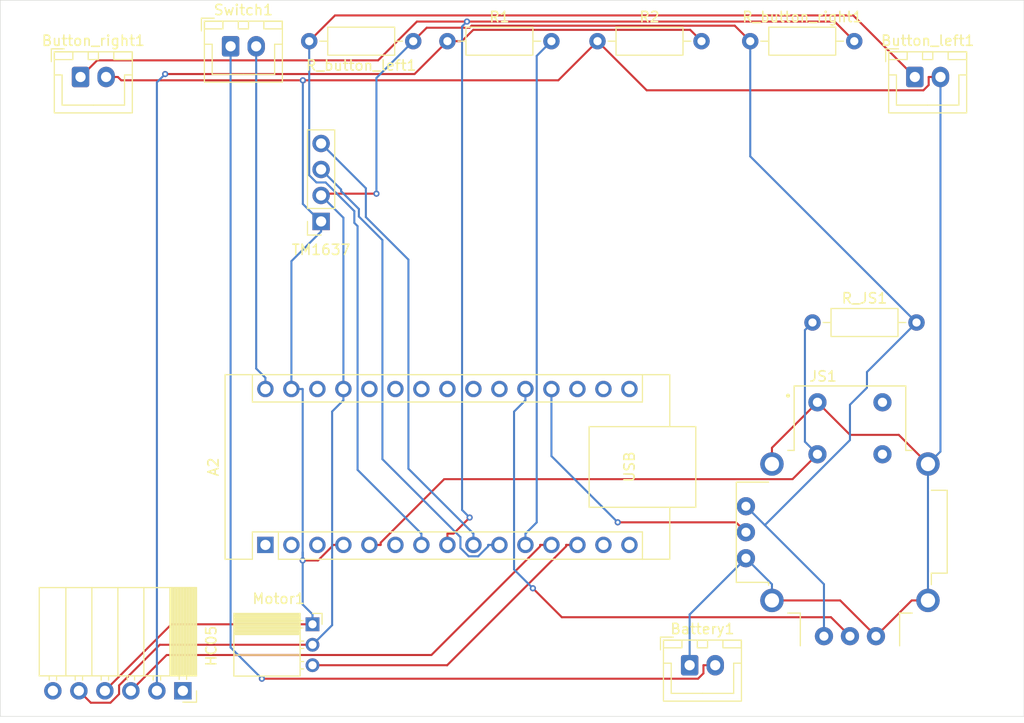
<source format=kicad_pcb>
(kicad_pcb (version 20241229) (generator "pcbnew") (generator_version "9.0")
  (layers (0 "F.Cu" signal) (2 "B.Cu" signal) (13 "F.Paste" user) (15 "B.Paste" user) (5 "F.SilkS" user "F.Silkscreen") (7 "B.SilkS" user "B.Silkscreen") (1 "F.Mask" user) (3 "B.Mask" user) (25 "Edge.Cuts" user))
  (net 0 "")
  (net 1 "/Power")
  (net 6 "/RX")
  (net 7 "/DIO")
  (net 8 "+5V")
  (net 11 "/Haptic")
  (net 13 "/JS_V")
  (net 16 "/Button1")
  (net 18 "/JS_H")
  (net 21 "GND")
  (net 23 "/Button2")
  (net 26 "/Clock")
  (net 28 "/TX")
  (net 29 "/Button_JS")
  (net 30 "Net-(Battery1-Pin_2)")
  (net 32 "Net-(HC05-Pin_2)")
  (footprint "Connector_PinSocket_2.54mm:PinSocket_1x04_P2.54mm_Vertical" (layer "F.Cu") (at 131.5 72.12 180)
    (property "Reference" "TM1637" (at 0 -2.77 0) (layer "F.SilkS"))
    (property "Value" "Conn_01x04_Socket")
    (fp_line (start 1.33 1.27) (end 1.33 8.95) (stroke (width 0.12)) (layer "F.SilkS"))
    (fp_line (start 1.33 -1.33) (end 1.33 0) (stroke (width 0.12)) (layer "F.SilkS"))
    (fp_line (start 0 -1.33) (end 1.33 -1.33) (stroke (width 0.12)) (layer "F.SilkS"))
    (fp_line (start -1.33 8.95) (end 1.33 8.95) (stroke (width 0.12)) (layer "F.SilkS"))
    (fp_line (start -1.33 1.27) (end 1.33 1.27) (stroke (width 0.12)) (layer "F.SilkS"))
    (fp_line (start -1.33 1.27) (end -1.33 8.95) (stroke (width 0.12)) (layer "F.SilkS"))
    (pad "1" thru_hole rect (at 0 0 180) (size 1.7 1.7) (drill 1) (layers "*.Cu" "*.Mask") (net 21 "GND"))
    (pad "2" thru_hole circle (at 0 2.54 180) (size 1.7 1.7) (drill 1) (layers "*.Cu" "*.Mask") (net 8 "+5V"))
    (pad "3" thru_hole circle (at 0 5.08 180) (size 1.7 1.7) (drill 1) (layers "*.Cu" "*.Mask") (net 7 "/DIO"))
    (pad "4" thru_hole circle (at 0 7.62 180) (size 1.7 1.7) (drill 1) (layers "*.Cu" "*.Mask") (net 26 "/Clock"))
  )
  (footprint "Resistor_THT:R_Axial_DIN0207_L6.3mm_D2.5mm_P10.16mm_Horizontal" (layer "F.Cu") (at 140.5 54.5 180)
    (property "Reference" "R_button_left1" (at 5.08 -2.37 0) (layer "F.SilkS"))
    (property "Value" "47 kΩ")
    (fp_line (start 9.12 0) (end 8.35 0) (stroke (width 0.12)) (layer "F.SilkS"))
    (fp_line (start 1.04 0) (end 1.81 0) (stroke (width 0.12)) (layer "F.SilkS"))
    (fp_rect (start 1.81 -1.37) (end 8.35 1.37) (stroke (width 0.12)) (fill no) (layer "F.SilkS"))
    (pad "1" thru_hole circle (at 0 0 180) (size 1.6 1.6) (drill 0.8) (layers "*.Cu" "*.Mask") (net 8 "+5V"))
    (pad "2" thru_hole circle (at 10.16 0 180) (size 1.6 1.6) (drill 0.8) (layers "*.Cu" "*.Mask") (net 16 "/Button1"))
  )
  (footprint "Resistor_THT:R_Axial_DIN0207_L6.3mm_D2.5mm_P10.16mm_Horizontal" (layer "F.Cu") (at 173.42 54.5)
    (property "Reference" "R_button_right1" (at 5.08 -2.37 0) (layer "F.SilkS"))
    (property "Value" "47 kΩ")
    (fp_line (start 1.04 0) (end 1.81 0) (stroke (width 0.12)) (layer "F.SilkS"))
    (fp_line (start 9.12 0) (end 8.35 0) (stroke (width 0.12)) (layer "F.SilkS"))
    (fp_rect (start 1.81 -1.37) (end 8.35 1.37) (stroke (width 0.12)) (fill no) (layer "F.SilkS"))
    (pad "1" thru_hole circle (at 0 0) (size 1.6 1.6) (drill 0.8) (layers "*.Cu" "*.Mask") (net 8 "+5V"))
    (pad "2" thru_hole circle (at 10.16 0) (size 1.6 1.6) (drill 0.8) (layers "*.Cu" "*.Mask") (net 23 "/Button2"))
  )
  (footprint "Resistor_THT:R_Axial_DIN0207_L6.3mm_D2.5mm_P10.16mm_Horizontal" (layer "F.Cu") (at 158.5 54.5)
    (property "Reference" "R2" (at 5.08 -2.37 0) (layer "F.SilkS"))
    (property "Value" "R_HC05_GND 1 kΩ")
    (fp_line (start 1.04 0) (end 1.81 0) (stroke (width 0.12)) (layer "F.SilkS"))
    (fp_line (start 9.12 0) (end 8.35 0) (stroke (width 0.12)) (layer "F.SilkS"))
    (fp_rect (start 1.81 -1.37) (end 8.35 1.37) (stroke (width 0.12)) (fill no) (layer "F.SilkS"))
    (pad "1" thru_hole circle (at 0 0) (size 1.6 1.6) (drill 0.8) (layers "*.Cu" "*.Mask") (net 21 "GND"))
    (pad "2" thru_hole circle (at 10.16 0) (size 1.6 1.6) (drill 0.8) (layers "*.Cu" "*.Mask") (net 32 "Net-(HC05-Pin_2)"))
  )
  (footprint "Connector_PinSocket_2.00mm:PinSocket_1x03_P2.00mm_Horizontal" (layer "F.Cu") (at 130.66 111.5)
    (property "Reference" "Motor1" (at -3.31 -2.5 0) (layer "F.SilkS"))
    (property "Value" "Conn_01x03_Socket")
    (fp_line (start -7.68 -1.06) (end -7.68 5.06) (stroke (width 0.12)) (layer "F.SilkS"))
    (fp_line (start -7.68 -1.06) (end -1.21 -1.06) (stroke (width 0.12)) (layer "F.SilkS"))
    (fp_line (start -7.68 -0.94) (end -1.21 -0.94) (stroke (width 0.12)) (layer "F.SilkS"))
    (fp_line (start -7.68 -0.825882) (end -1.21 -0.825882) (stroke (width 0.12)) (layer "F.SilkS"))
    (fp_line (start -7.68 -0.711764) (end -1.21 -0.711764) (stroke (width 0.12)) (layer "F.SilkS"))
    (fp_line (start -7.68 -0.597646) (end -1.21 -0.597646) (stroke (width 0.12)) (layer "F.SilkS"))
    (fp_line (start -7.68 -0.483528) (end -1.21 -0.483528) (stroke (width 0.12)) (layer "F.SilkS"))
    (fp_line (start -7.68 -0.36941) (end -1.21 -0.36941) (stroke (width 0.12)) (layer "F.SilkS"))
    (fp_line (start -7.68 -0.255292) (end -1.21 -0.255292) (stroke (width 0.12)) (layer "F.SilkS"))
    (fp_line (start -7.68 -0.141174) (end -1.21 -0.141174) (stroke (width 0.12)) (layer "F.SilkS"))
    (fp_line (start -7.68 -0.027056) (end -1.21 -0.027056) (stroke (width 0.12)) (layer "F.SilkS"))
    (fp_line (start -7.68 0.087062) (end -1.21 0.087062) (stroke (width 0.12)) (layer "F.SilkS"))
    (fp_line (start -7.68 0.20118) (end -1.21 0.20118) (stroke (width 0.12)) (layer "F.SilkS"))
    (fp_line (start -7.68 0.315298) (end -1.21 0.315298) (stroke (width 0.12)) (layer "F.SilkS"))
    (fp_line (start -7.68 0.429416) (end -1.21 0.429416) (stroke (width 0.12)) (layer "F.SilkS"))
    (fp_line (start -7.68 0.543534) (end -1.21 0.543534) (stroke (width 0.12)) (layer "F.SilkS"))
    (fp_line (start -7.68 0.657652) (end -1.21 0.657652) (stroke (width 0.12)) (layer "F.SilkS"))
    (fp_line (start -7.68 0.77177) (end -1.21 0.77177) (stroke (width 0.12)) (layer "F.SilkS"))
    (fp_line (start -7.68 0.885888) (end -1.21 0.885888) (stroke (width 0.12)) (layer "F.SilkS"))
    (fp_line (start -7.68 1) (end -1.21 1) (stroke (width 0.12)) (layer "F.SilkS"))
    (fp_line (start -7.68 3) (end -1.21 3) (stroke (width 0.12)) (layer "F.SilkS"))
    (fp_line (start -7.68 5.06) (end -1.21 5.06) (stroke (width 0.12)) (layer "F.SilkS"))
    (fp_line (start -1.21 -1.06) (end -1.21 5.06) (stroke (width 0.12)) (layer "F.SilkS"))
    (fp_line (start -1.21 -0.36) (end -0.935 -0.36) (stroke (width 0.12)) (layer "F.SilkS"))
    (fp_line (start -1.21 0.36) (end -0.935 0.36) (stroke (width 0.12)) (layer "F.SilkS"))
    (fp_line (start -1.21 1.64) (end -0.862917 1.64) (stroke (width 0.12)) (layer "F.SilkS"))
    (fp_line (start -1.21 2.36) (end -0.862917 2.36) (stroke (width 0.12)) (layer "F.SilkS"))
    (fp_line (start -1.21 3.64) (end -0.862917 3.64) (stroke (width 0.12)) (layer "F.SilkS"))
    (fp_line (start -1.21 4.36) (end -0.862917 4.36) (stroke (width 0.12)) (layer "F.SilkS"))
    (fp_line (start 0 -1.06) (end 0.935 -1.06) (stroke (width 0.12)) (layer "F.SilkS"))
    (fp_line (start 0.935 -1.06) (end 0.935 0) (stroke (width 0.12)) (layer "F.SilkS"))
    (pad "1" thru_hole rect (at 0 0) (size 1.35 1.35) (drill 0.8) (layers "*.Cu" "*.Mask") (net 21 "GND"))
    (pad "2" thru_hole circle (at 0 2) (size 1.35 1.35) (drill 0.8) (layers "*.Cu" "*.Mask") (net 8 "+5V"))
    (pad "3" thru_hole circle (at 0 4) (size 1.35 1.35) (drill 0.8) (layers "*.Cu" "*.Mask") (net 11 "/Haptic"))
  )
  (footprint "Connector_JST:JST_XH_B2B-XH-A_1x02_P2.50mm_Vertical" (layer "F.Cu") (at 122.66 55)
    (property "Reference" "Switch1" (at 1.25 -3.55 0) (layer "F.SilkS"))
    (property "Value" "Conn_01x02_Socket")
    (fp_line (start -2.85 -2.75) (end -2.85 -1.5) (stroke (width 0.12)) (layer "F.SilkS"))
    (fp_line (start -2.55 -0.2) (end -1.8 -0.2) (stroke (width 0.12)) (layer "F.SilkS"))
    (fp_line (start -1.8 -0.2) (end -1.8 2.75) (stroke (width 0.12)) (layer "F.SilkS"))
    (fp_line (start -1.8 2.75) (end 1.25 2.75) (stroke (width 0.12)) (layer "F.SilkS"))
    (fp_line (start -1.6 -2.75) (end -2.85 -2.75) (stroke (width 0.12)) (layer "F.SilkS"))
    (fp_line (start 4.3 -0.2) (end 4.3 2.75) (stroke (width 0.12)) (layer "F.SilkS"))
    (fp_line (start 4.3 2.75) (end 1.25 2.75) (stroke (width 0.12)) (layer "F.SilkS"))
    (fp_line (start 5.05 -0.2) (end 4.3 -0.2) (stroke (width 0.12)) (layer "F.SilkS"))
    (fp_rect (start -2.56 -2.46) (end 5.06 3.51) (stroke (width 0.12)) (fill no) (layer "F.SilkS"))
    (fp_rect (start -2.55 -2.45) (end -0.75 -1.7) (stroke (width 0.12)) (fill no) (layer "F.SilkS"))
    (fp_rect (start 0.75 -2.45) (end 1.75 -1.7) (stroke (width 0.12)) (fill no) (layer "F.SilkS"))
    (fp_rect (start 3.25 -2.45) (end 5.05 -1.7) (stroke (width 0.12)) (fill no) (layer "F.SilkS"))
    (pad "1" thru_hole roundrect (at 0 0) (size 1.7 2) (drill 1) (layers "*.Cu" "*.Mask") (roundrect_rratio 0.147059) (net 30 "Net-(Battery1-Pin_2)"))
    (pad "2" thru_hole oval (at 2.5 0) (size 1.7 2) (drill 1) (layers "*.Cu" "*.Mask") (net 1 "/Power"))
  )
  (footprint "Connector_JST:JST_XH_B2B-XH-A_1x02_P2.50mm_Vertical" (layer "F.Cu") (at 167.5 115.5)
    (property "Reference" "Battery1" (at 1.25 -3.55 0) (layer "F.SilkS"))
    (property "Value" "Conn_01x02_Socket")
    (fp_line (start -2.85 -2.75) (end -2.85 -1.5) (stroke (width 0.12)) (layer "F.SilkS"))
    (fp_line (start -2.55 -0.2) (end -1.8 -0.2) (stroke (width 0.12)) (layer "F.SilkS"))
    (fp_line (start -1.8 -0.2) (end -1.8 2.75) (stroke (width 0.12)) (layer "F.SilkS"))
    (fp_line (start -1.8 2.75) (end 1.25 2.75) (stroke (width 0.12)) (layer "F.SilkS"))
    (fp_line (start -1.6 -2.75) (end -2.85 -2.75) (stroke (width 0.12)) (layer "F.SilkS"))
    (fp_line (start 4.3 -0.2) (end 4.3 2.75) (stroke (width 0.12)) (layer "F.SilkS"))
    (fp_line (start 4.3 2.75) (end 1.25 2.75) (stroke (width 0.12)) (layer "F.SilkS"))
    (fp_line (start 5.05 -0.2) (end 4.3 -0.2) (stroke (width 0.12)) (layer "F.SilkS"))
    (fp_rect (start -2.56 -2.46) (end 5.06 3.51) (stroke (width 0.12)) (fill no) (layer "F.SilkS"))
    (fp_rect (start -2.55 -2.45) (end -0.75 -1.7) (stroke (width 0.12)) (fill no) (layer "F.SilkS"))
    (fp_rect (start 0.75 -2.45) (end 1.75 -1.7) (stroke (width 0.12)) (fill no) (layer "F.SilkS"))
    (fp_rect (start 3.25 -2.45) (end 5.05 -1.7) (stroke (width 0.12)) (fill no) (layer "F.SilkS"))
    (pad "1" thru_hole roundrect (at 0 0) (size 1.7 2) (drill 1) (layers "*.Cu" "*.Mask") (roundrect_rratio 0.147059) (net 21 "GND"))
    (pad "2" thru_hole oval (at 2.5 0) (size 1.7 2) (drill 1) (layers "*.Cu" "*.Mask") (net 30 "Net-(Battery1-Pin_2)"))
  )
  (footprint "Connector_JST:JST_XH_B2B-XH-A_1x02_P2.50mm_Vertical" (layer "F.Cu") (at 108 58)
    (property "Reference" "Button_right1" (at 1.25 -3.55 0) (layer "F.SilkS"))
    (property "Value" "Conn_01x02_Socket")
    (fp_line (start -2.85 -2.75) (end -2.85 -1.5) (stroke (width 0.12)) (layer "F.SilkS"))
    (fp_line (start -2.55 -0.2) (end -1.8 -0.2) (stroke (width 0.12)) (layer "F.SilkS"))
    (fp_line (start -1.8 -0.2) (end -1.8 2.75) (stroke (width 0.12)) (layer "F.SilkS"))
    (fp_line (start -1.8 2.75) (end 1.25 2.75) (stroke (width 0.12)) (layer "F.SilkS"))
    (fp_line (start -1.6 -2.75) (end -2.85 -2.75) (stroke (width 0.12)) (layer "F.SilkS"))
    (fp_line (start 4.3 -0.2) (end 4.3 2.75) (stroke (width 0.12)) (layer "F.SilkS"))
    (fp_line (start 4.3 2.75) (end 1.25 2.75) (stroke (width 0.12)) (layer "F.SilkS"))
    (fp_line (start 5.05 -0.2) (end 4.3 -0.2) (stroke (width 0.12)) (layer "F.SilkS"))
    (fp_rect (start -2.56 -2.46) (end 5.06 3.51) (stroke (width 0.12)) (fill no) (layer "F.SilkS"))
    (fp_rect (start -2.55 -2.45) (end -0.75 -1.7) (stroke (width 0.12)) (fill no) (layer "F.SilkS"))
    (fp_rect (start 0.75 -2.45) (end 1.75 -1.7) (stroke (width 0.12)) (fill no) (layer "F.SilkS"))
    (fp_rect (start 3.25 -2.45) (end 5.05 -1.7) (stroke (width 0.12)) (fill no) (layer "F.SilkS"))
    (pad "1" thru_hole roundrect (at 0 0) (size 1.7 2) (drill 1) (layers "*.Cu" "*.Mask") (roundrect_rratio 0.147059) (net 23 "/Button2"))
    (pad "2" thru_hole oval (at 2.5 0) (size 1.7 2) (drill 1) (layers "*.Cu" "*.Mask") (net 21 "GND"))
  )
  (footprint "COM-09032:XDCR_COM-09032" (layer "F.Cu") (at 183.16 102.5)
    (property "Reference" "JS1" (at -2.625 -15.235 0) (layer "F.SilkS"))
    (property "Value" "COM-09032")
    (fp_line (start -11.1 -4.9) (end -7.95 -4.9) (stroke (width 0.127)) (layer "F.SilkS"))
    (fp_line (start -11.1 4.9) (end -11.1 -4.9) (stroke (width 0.127)) (layer "F.SilkS"))
    (fp_line (start -7.95 4.9) (end -11.1 4.9) (stroke (width 0.127)) (layer "F.SilkS"))
    (fp_line (start -7.95 5.17) (end -7.95 4.9) (stroke (width 0.127)) (layer "F.SilkS"))
    (fp_line (start -6.07 -8) (end -5.45 -8) (stroke (width 0.127)) (layer "F.SilkS"))
    (fp_line (start -5.45 -14.3) (end 5.45 -14.3) (stroke (width 0.127)) (layer "F.SilkS"))
    (fp_line (start -5.45 -8) (end -5.45 -14.3) (stroke (width 0.127)) (layer "F.SilkS"))
    (fp_line (start -4.85 7.9) (end -6.07 7.9) (stroke (width 0.127)) (layer "F.SilkS"))
    (fp_line (start -4.85 11.1) (end -4.85 7.9) (stroke (width 0.127)) (layer "F.SilkS"))
    (fp_line (start 4.85 7.9) (end 4.85 11.1) (stroke (width 0.127)) (layer "F.SilkS"))
    (fp_line (start 5.45 -14.3) (end 5.45 -8) (stroke (width 0.127)) (layer "F.SilkS"))
    (fp_line (start 5.45 -8) (end 6.08 -8) (stroke (width 0.127)) (layer "F.SilkS"))
    (fp_line (start 6.08 7.9) (end 4.85 7.9) (stroke (width 0.127)) (layer "F.SilkS"))
    (fp_line (start 7.95 -4.1) (end 9.5 -4.1) (stroke (width 0.127)) (layer "F.SilkS"))
    (fp_line (start 7.95 4) (end 7.95 5.12) (stroke (width 0.127)) (layer "F.SilkS"))
    (fp_line (start 9.5 -4.1) (end 9.5 4) (stroke (width 0.127)) (layer "F.SilkS"))
    (fp_line (start 9.5 4) (end 7.95 4) (stroke (width 0.127)) (layer "F.SilkS"))
    (fp_circle (center -6.05 -13.35) (end -5.95 -13.35) (stroke (width 0.2)) (fill no) (layer "F.SilkS"))
    (pad "B1A" thru_hole circle (at -3.175 -12.7) (size 1.778 1.778) (drill 0.9) (layers "*.Cu" "*.Mask") (net 21 "GND"))
    (pad "B1B" thru_hole circle (at 3.175 -12.7) (size 1.778 1.778) (drill 0.9) (layers "*.Cu" "*.Mask"))
    (pad "B2A" thru_hole circle (at -3.175 -7.62) (size 1.778 1.778) (drill 0.9) (layers "*.Cu" "*.Mask") (net 29 "/Button_JS"))
    (pad "B2B" thru_hole circle (at 3.175 -7.62) (size 1.778 1.778) (drill 0.9) (layers "*.Cu" "*.Mask"))
    (pad "H1" thru_hole circle (at -2.54 10.16) (size 1.778 1.778) (drill 0.889) (layers "*.Cu" "*.Mask") (net 8 "+5V"))
    (pad "H2" thru_hole circle (at 0 10.16) (size 1.778 1.778) (drill 0.889) (layers "*.Cu" "*.Mask") (net 18 "/JS_H"))
    (pad "H3" thru_hole circle (at 2.54 10.16) (size 1.778 1.778) (drill 0.889) (layers "*.Cu" "*.Mask") (net 21 "GND"))
    (pad "S1" thru_hole circle (at -7.62 -6.6675) (size 2.286 2.286) (drill 1.397) (layers "*.Cu" "*.Mask") (net 21 "GND"))
    (pad "S2" thru_hole circle (at -7.62 6.6675) (size 2.286 2.286) (drill 1.397) (layers "*.Cu" "*.Mask") (net 21 "GND"))
    (pad "S3" thru_hole circle (at 7.62 6.6675) (size 2.286 2.286) (drill 1.397) (layers "*.Cu" "*.Mask") (net 21 "GND"))
    (pad "S4" thru_hole circle (at 7.62 -6.6675) (size 2.286 2.286) (drill 1.397) (layers "*.Cu" "*.Mask") (net 21 "GND"))
    (pad "V1" thru_hole circle (at -10.16 -2.54) (size 1.778 1.778) (drill 0.889) (layers "*.Cu" "*.Mask") (net 8 "+5V"))
    (pad "V2" thru_hole circle (at -10.16 0) (size 1.778 1.778) (drill 0.889) (layers "*.Cu" "*.Mask") (net 13 "/JS_V"))
    (pad "V3" thru_hole circle (at -10.16 2.54) (size 1.778 1.778) (drill 0.889) (layers "*.Cu" "*.Mask") (net 21 "GND"))
  )
  (footprint "Connector_JST:JST_XH_B2B-XH-A_1x02_P2.50mm_Vertical" (layer "F.Cu") (at 189.5 58)
    (property "Reference" "Button_left1" (at 1.25 -3.55 0) (layer "F.SilkS"))
    (property "Value" "Conn_01x02_Socket")
    (fp_line (start -2.85 -2.75) (end -2.85 -1.5) (stroke (width 0.12)) (layer "F.SilkS"))
    (fp_line (start -2.55 -0.2) (end -1.8 -0.2) (stroke (width 0.12)) (layer "F.SilkS"))
    (fp_line (start -1.8 -0.2) (end -1.8 2.75) (stroke (width 0.12)) (layer "F.SilkS"))
    (fp_line (start -1.8 2.75) (end 1.25 2.75) (stroke (width 0.12)) (layer "F.SilkS"))
    (fp_line (start -1.6 -2.75) (end -2.85 -2.75) (stroke (width 0.12)) (layer "F.SilkS"))
    (fp_line (start 4.3 -0.2) (end 4.3 2.75) (stroke (width 0.12)) (layer "F.SilkS"))
    (fp_line (start 4.3 2.75) (end 1.25 2.75) (stroke (width 0.12)) (layer "F.SilkS"))
    (fp_line (start 5.05 -0.2) (end 4.3 -0.2) (stroke (width 0.12)) (layer "F.SilkS"))
    (fp_rect (start -2.56 -2.46) (end 5.06 3.51) (stroke (width 0.12)) (fill no) (layer "F.SilkS"))
    (fp_rect (start -2.55 -2.45) (end -0.75 -1.7) (stroke (width 0.12)) (fill no) (layer "F.SilkS"))
    (fp_rect (start 0.75 -2.45) (end 1.75 -1.7) (stroke (width 0.12)) (fill no) (layer "F.SilkS"))
    (fp_rect (start 3.25 -2.45) (end 5.05 -1.7) (stroke (width 0.12)) (fill no) (layer "F.SilkS"))
    (pad "1" thru_hole roundrect (at 0 0) (size 1.7 2) (drill 1) (layers "*.Cu" "*.Mask") (roundrect_rratio 0.147059) (net 16 "/Button1"))
    (pad "2" thru_hole oval (at 2.5 0) (size 1.7 2) (drill 1) (layers "*.Cu" "*.Mask") (net 21 "GND"))
  )
  (footprint "Connector_PinSocket_2.54mm:PinSocket_1x06_P2.54mm_Horizontal" (layer "F.Cu") (at 118 118 -90)
    (property "Reference" "HC05" (at -4.38 -2.77 90) (layer "F.SilkS"))
    (property "Value" "Conn_01x06_Socket")
    (fp_line (start -10.09 14.03) (end -1.46 14.03) (stroke (width 0.12)) (layer "F.SilkS"))
    (fp_line (start -1.46 13.06) (end -1.05 13.06) (stroke (width 0.12)) (layer "F.SilkS"))
    (fp_line (start -1.46 12.34) (end -1.05 12.34) (stroke (width 0.12)) (layer "F.SilkS"))
    (fp_line (start -10.09 11.43) (end -1.46 11.43) (stroke (width 0.12)) (layer "F.SilkS"))
    (fp_line (start -1.46 10.52) (end -1.05 10.52) (stroke (width 0.12)) (layer "F.SilkS"))
    (fp_line (start -1.46 9.8) (end -1.05 9.8) (stroke (width 0.12)) (layer "F.SilkS"))
    (fp_line (start -10.09 8.89) (end -1.46 8.89) (stroke (width 0.12)) (layer "F.SilkS"))
    (fp_line (start -1.46 7.98) (end -1.05 7.98) (stroke (width 0.12)) (layer "F.SilkS"))
    (fp_line (start -1.46 7.26) (end -1.05 7.26) (stroke (width 0.12)) (layer "F.SilkS"))
    (fp_line (start -10.09 6.35) (end -1.46 6.35) (stroke (width 0.12)) (layer "F.SilkS"))
    (fp_line (start -1.46 5.44) (end -1.05 5.44) (stroke (width 0.12)) (layer "F.SilkS"))
    (fp_line (start -1.46 4.72) (end -1.05 4.72) (stroke (width 0.12)) (layer "F.SilkS"))
    (fp_line (start -10.09 3.81) (end -1.46 3.81) (stroke (width 0.12)) (layer "F.SilkS"))
    (fp_line (start -1.46 2.9) (end -1.05 2.9) (stroke (width 0.12)) (layer "F.SilkS"))
    (fp_line (start -1.46 2.18) (end -1.05 2.18) (stroke (width 0.12)) (layer "F.SilkS"))
    (fp_line (start -10.09 1.27) (end -1.46 1.27) (stroke (width 0.12)) (layer "F.SilkS"))
    (fp_line (start -10.09 1.1519) (end -1.46 1.1519) (stroke (width 0.12)) (layer "F.SilkS"))
    (fp_line (start -10.09 1.033805) (end -1.46 1.033805) (stroke (width 0.12)) (layer "F.SilkS"))
    (fp_line (start -10.09 0.91571) (end -1.46 0.91571) (stroke (width 0.12)) (layer "F.SilkS"))
    (fp_line (start -10.09 0.797615) (end -1.46 0.797615) (stroke (width 0.12)) (layer "F.SilkS"))
    (fp_line (start -10.09 0.67952) (end -1.46 0.67952) (stroke (width 0.12)) (layer "F.SilkS"))
    (fp_line (start -10.09 0.561425) (end -1.46 0.561425) (stroke (width 0.12)) (layer "F.SilkS"))
    (fp_line (start -10.09 0.44333) (end -1.46 0.44333) (stroke (width 0.12)) (layer "F.SilkS"))
    (fp_line (start -1.46 0.36) (end -1.11 0.36) (stroke (width 0.12)) (layer "F.SilkS"))
    (fp_line (start -10.09 0.325235) (end -1.46 0.325235) (stroke (width 0.12)) (layer "F.SilkS"))
    (fp_line (start -10.09 0.20714) (end -1.46 0.20714) (stroke (width 0.12)) (layer "F.SilkS"))
    (fp_line (start -10.09 0.089045) (end -1.46 0.089045) (stroke (width 0.12)) (layer "F.SilkS"))
    (fp_line (start -10.09 -0.02905) (end -1.46 -0.02905) (stroke (width 0.12)) (layer "F.SilkS"))
    (fp_line (start -10.09 -0.147145) (end -1.46 -0.147145) (stroke (width 0.12)) (layer "F.SilkS"))
    (fp_line (start -10.09 -0.26524) (end -1.46 -0.26524) (stroke (width 0.12)) (layer "F.SilkS"))
    (fp_line (start -1.46 -0.36) (end -1.11 -0.36) (stroke (width 0.12)) (layer "F.SilkS"))
    (fp_line (start -10.09 -0.383335) (end -1.46 -0.383335) (stroke (width 0.12)) (layer "F.SilkS"))
    (fp_line (start -10.09 -0.50143) (end -1.46 -0.50143) (stroke (width 0.12)) (layer "F.SilkS"))
    (fp_line (start -10.09 -0.619525) (end -1.46 -0.619525) (stroke (width 0.12)) (layer "F.SilkS"))
    (fp_line (start -10.09 -0.73762) (end -1.46 -0.73762) (stroke (width 0.12)) (layer "F.SilkS"))
    (fp_line (start -10.09 -0.855715) (end -1.46 -0.855715) (stroke (width 0.12)) (layer "F.SilkS"))
    (fp_line (start -10.09 -0.97381) (end -1.46 -0.97381) (stroke (width 0.12)) (layer "F.SilkS"))
    (fp_line (start -10.09 -1.091905) (end -1.46 -1.091905) (stroke (width 0.12)) (layer "F.SilkS"))
    (fp_line (start -10.09 -1.21) (end -1.46 -1.21) (stroke (width 0.12)) (layer "F.SilkS"))
    (fp_line (start -10.09 -1.33) (end -10.09 14.03) (stroke (width 0.12)) (layer "F.SilkS"))
    (fp_line (start -10.09 -1.33) (end -1.46 -1.33) (stroke (width 0.12)) (layer "F.SilkS"))
    (fp_line (start -1.46 -1.33) (end -1.46 14.03) (stroke (width 0.12)) (layer "F.SilkS"))
    (fp_line (start 0 -1.33) (end 1.11 -1.33) (stroke (width 0.12)) (layer "F.SilkS"))
    (fp_line (start 1.11 -1.33) (end 1.11 0) (stroke (width 0.12)) (layer "F.SilkS"))
    (pad "1" thru_hole rect (at 0 0 270) (size 1.7 1.7) (drill 1) (layers "*.Cu" "*.Mask"))
    (pad "2" thru_hole circle (at 0 2.54 270) (size 1.7 1.7) (drill 1) (layers "*.Cu" "*.Mask") (net 32 "Net-(HC05-Pin_2)"))
    (pad "3" thru_hole circle (at 0 5.08 270) (size 1.7 1.7) (drill 1) (layers "*.Cu" "*.Mask") (net 28 "/TX"))
    (pad "4" thru_hole circle (at 0 7.62 270) (size 1.7 1.7) (drill 1) (layers "*.Cu" "*.Mask") (net 21 "GND"))
    (pad "5" thru_hole circle (at 0 10.16 270) (size 1.7 1.7) (drill 1) (layers "*.Cu" "*.Mask") (net 8 "+5V"))
    (pad "6" thru_hole circle (at 0 12.7 270) (size 1.7 1.7) (drill 1) (layers "*.Cu" "*.Mask"))
  )
  (footprint "Resistor_THT:R_Axial_DIN0207_L6.3mm_D2.5mm_P10.16mm_Horizontal" (layer "F.Cu") (at 143.84 54.5)
    (property "Reference" "R1" (at 5.08 -2.37 0) (layer "F.SilkS"))
    (property "Value" "R_HC05_RX 470 kΩ")
    (fp_line (start 1.04 0) (end 1.81 0) (stroke (width 0.12)) (layer "F.SilkS"))
    (fp_line (start 9.12 0) (end 8.35 0) (stroke (width 0.12)) (layer "F.SilkS"))
    (fp_rect (start 1.81 -1.37) (end 8.35 1.37) (stroke (width 0.12)) (fill no) (layer "F.SilkS"))
    (pad "1" thru_hole circle (at 0 0) (size 1.6 1.6) (drill 0.8) (layers "*.Cu" "*.Mask") (net 32 "Net-(HC05-Pin_2)"))
    (pad "2" thru_hole circle (at 10.16 0) (size 1.6 1.6) (drill 0.8) (layers "*.Cu" "*.Mask") (net 6 "/RX"))
  )
  (footprint "Resistor_THT:R_Axial_DIN0207_L6.3mm_D2.5mm_P10.16mm_Horizontal" (layer "F.Cu") (at 179.5 82)
    (property "Reference" "R_JS1" (at 5.08 -2.37 0) (layer "F.SilkS"))
    (property "Value" "47 kΩ")
    (fp_line (start 1.04 0) (end 1.81 0) (stroke (width 0.12)) (layer "F.SilkS"))
    (fp_line (start 9.12 0) (end 8.35 0) (stroke (width 0.12)) (layer "F.SilkS"))
    (fp_rect (start 1.81 -1.37) (end 8.35 1.37) (stroke (width 0.12)) (fill no) (layer "F.SilkS"))
    (pad "1" thru_hole circle (at 0 0) (size 1.6 1.6) (drill 0.8) (layers "*.Cu" "*.Mask") (net 29 "/Button_JS"))
    (pad "2" thru_hole circle (at 10.16 0) (size 1.6 1.6) (drill 0.8) (layers "*.Cu" "*.Mask") (net 8 "+5V"))
  )
  (footprint "Module:Arduino_Nano" (layer "F.Cu") (at 126.06 103.74 90)
    (property "Reference" "A2" (at 7.62 -5.08 90) (layer "F.SilkS"))
    (property "Value" "Arduino_Nano_v3.x")
    (fp_line (start 16.64 -3.94) (end -1.4 -3.94) (stroke (width 0.12)) (layer "F.SilkS"))
    (fp_line (start -1.4 -3.94) (end -1.4 -1.27) (stroke (width 0.12)) (layer "F.SilkS"))
    (fp_line (start 13.97 -1.27) (end 16.64 -1.27) (stroke (width 0.12)) (layer "F.SilkS"))
    (fp_line (start 13.97 -1.27) (end 13.97 36.83) (stroke (width 0.12)) (layer "F.SilkS"))
    (fp_line (start 1.27 -1.27) (end -1.4 -1.27) (stroke (width 0.12)) (layer "F.SilkS"))
    (fp_line (start 1.27 1.27) (end 1.27 -1.27) (stroke (width 0.12)) (layer "F.SilkS"))
    (fp_line (start 1.27 1.27) (end -1.4 1.27) (stroke (width 0.12)) (layer "F.SilkS"))
    (fp_line (start 1.27 1.27) (end 1.27 36.83) (stroke (width 0.12)) (layer "F.SilkS"))
    (fp_line (start -1.4 1.27) (end -1.4 39.5) (stroke (width 0.12)) (layer "F.SilkS"))
    (fp_line (start 11.56 31.62) (end 11.56 42.04) (stroke (width 0.12)) (layer "F.SilkS"))
    (fp_line (start 3.68 31.62) (end 11.56 31.62) (stroke (width 0.12)) (layer "F.SilkS"))
    (fp_line (start 13.97 36.83) (end 16.64 36.83) (stroke (width 0.12)) (layer "F.SilkS"))
    (fp_line (start 1.27 36.83) (end -1.4 36.83) (stroke (width 0.12)) (layer "F.SilkS"))
    (fp_line (start 16.64 39.5) (end 16.64 -3.94) (stroke (width 0.12)) (layer "F.SilkS"))
    (fp_line (start 16.64 39.5) (end 11.56 39.5) (stroke (width 0.12)) (layer "F.SilkS"))
    (fp_line (start -1.4 39.5) (end 3.68 39.5) (stroke (width 0.12)) (layer "F.SilkS"))
    (fp_line (start 11.56 42.04) (end 3.68 42.04) (stroke (width 0.12)) (layer "F.SilkS"))
    (fp_line (start 3.68 42.04) (end 3.68 31.62) (stroke (width 0.12)) (layer "F.SilkS"))
    (fp_text user "USB" (at 7.62 35.56 90) (layer "F.SilkS"))
    (pad "1" thru_hole rect (at 0 0 90) (size 1.6 1.6) (drill 1) (layers "*.Cu" "*.Mask"))
    (pad "2" thru_hole oval (at 0 2.54 90) (size 1.6 1.6) (drill 1) (layers "*.Cu" "*.Mask"))
    (pad "3" thru_hole oval (at 0 5.08 90) (size 1.6 1.6) (drill 1) (layers "*.Cu" "*.Mask"))
    (pad "4" thru_hole oval (at 0 7.62 90) (size 1.6 1.6) (drill 1) (layers "*.Cu" "*.Mask") (net 21 "GND"))
    (pad "5" thru_hole oval (at 0 10.16 90) (size 1.6 1.6) (drill 1) (layers "*.Cu" "*.Mask") (net 29 "/Button_JS"))
    (pad "6" thru_hole oval (at 0 12.7 90) (size 1.6 1.6) (drill 1) (layers "*.Cu" "*.Mask"))
    (pad "7" thru_hole oval (at 0 15.24 90) (size 1.6 1.6) (drill 1) (layers "*.Cu" "*.Mask") (net 16 "/Button1"))
    (pad "8" thru_hole oval (at 0 17.78 90) (size 1.6 1.6) (drill 1) (layers "*.Cu" "*.Mask") (net 23 "/Button2"))
    (pad "9" thru_hole oval (at 0 20.32 90) (size 1.6 1.6) (drill 1) (layers "*.Cu" "*.Mask") (net 26 "/Clock"))
    (pad "10" thru_hole oval (at 0 22.86 90) (size 1.6 1.6) (drill 1) (layers "*.Cu" "*.Mask") (net 7 "/DIO"))
    (pad "11" thru_hole oval (at 0 25.4 90) (size 1.6 1.6) (drill 1) (layers "*.Cu" "*.Mask") (net 6 "/RX"))
    (pad "12" thru_hole oval (at 0 27.94 90) (size 1.6 1.6) (drill 1) (layers "*.Cu" "*.Mask") (net 28 "/TX"))
    (pad "13" thru_hole oval (at 0 30.48 90) (size 1.6 1.6) (drill 1) (layers "*.Cu" "*.Mask") (net 11 "/Haptic"))
    (pad "14" thru_hole oval (at 0 33.02 90) (size 1.6 1.6) (drill 1) (layers "*.Cu" "*.Mask"))
    (pad "15" thru_hole oval (at 0 35.56 90) (size 1.6 1.6) (drill 1) (layers "*.Cu" "*.Mask"))
    (pad "16" thru_hole oval (at 15.24 35.56 90) (size 1.6 1.6) (drill 1) (layers "*.Cu" "*.Mask"))
    (pad "17" thru_hole oval (at 15.24 33.02 90) (size 1.6 1.6) (drill 1) (layers "*.Cu" "*.Mask"))
    (pad "18" thru_hole oval (at 15.24 30.48 90) (size 1.6 1.6) (drill 1) (layers "*.Cu" "*.Mask"))
    (pad "19" thru_hole oval (at 15.24 27.94 90) (size 1.6 1.6) (drill 1) (layers "*.Cu" "*.Mask") (net 13 "/JS_V"))
    (pad "20" thru_hole oval (at 15.24 25.4 90) (size 1.6 1.6) (drill 1) (layers "*.Cu" "*.Mask") (net 18 "/JS_H"))
    (pad "21" thru_hole oval (at 15.24 22.86 90) (size 1.6 1.6) (drill 1) (layers "*.Cu" "*.Mask"))
    (pad "22" thru_hole oval (at 15.24 20.32 90) (size 1.6 1.6) (drill 1) (layers "*.Cu" "*.Mask"))
    (pad "23" thru_hole oval (at 15.24 17.78 90) (size 1.6 1.6) (drill 1) (layers "*.Cu" "*.Mask"))
    (pad "24" thru_hole oval (at 15.24 15.24 90) (size 1.6 1.6) (drill 1) (layers "*.Cu" "*.Mask"))
    (pad "25" thru_hole oval (at 15.24 12.7 90) (size 1.6 1.6) (drill 1) (layers "*.Cu" "*.Mask"))
    (pad "26" thru_hole oval (at 15.24 10.16 90) (size 1.6 1.6) (drill 1) (layers "*.Cu" "*.Mask"))
    (pad "27" thru_hole oval (at 15.24 7.62 90) (size 1.6 1.6) (drill 1) (layers "*.Cu" "*.Mask") (net 8 "+5V"))
    (pad "28" thru_hole oval (at 15.24 5.08 90) (size 1.6 1.6) (drill 1) (layers "*.Cu" "*.Mask"))
    (pad "29" thru_hole oval (at 15.24 2.54 90) (size 1.6 1.6) (drill 1) (layers "*.Cu" "*.Mask") (net 21 "GND"))
    (pad "30" thru_hole oval (at 15.24 0 90) (size 1.6 1.6) (drill 1) (layers "*.Cu" "*.Mask") (net 1 "/Power"))
  )
  (gr_rect (start 100.16 50.5) (end 200.16 120.5) (stroke (width 0.05)) (fill no) (layer "Edge.Cuts"))
  (segment (start 126.06 88.5) (end 126.06 87.3983) (width 0.2) (layer "B.Cu") (net 1))
  (segment (start 125.16 55) (end 125.16 86.4983) (width 0.2) (layer "B.Cu") (net 1))
  (segment (start 125.16 86.4983) (end 126.06 87.3983) (width 0.2) (layer "B.Cu") (net 1))
  (segment (start 152.5617 101.5366) (end 152.5617 55.9383) (width 0.2) (layer "B.Cu") (net 6))
  (segment (start 152.5617 55.9383) (end 154 54.5) (width 0.2) (layer "B.Cu") (net 6))
  (segment (start 151.46 103.74) (end 151.46 102.6383) (width 0.2) (layer "B.Cu") (net 6))
  (segment (start 151.46 102.6383) (end 152.5617 101.5366) (width 0.2) (layer "B.Cu") (net 6))
  (segment (start 148.92 103.74) (end 147.8183 103.74) (width 0.2) (layer "B.Cu") (net 7))
  (segment (start 147.8183 103.74) (end 147.8183 103.8777) (width 0.2) (layer "B.Cu") (net 7))
  (segment (start 147.8183 103.8777) (end 146.8437 104.8523) (width 0.2) (layer "B.Cu") (net 7))
  (segment (start 145.11 104.0444) (end 145.11 102.9801) (width 0.2) (layer "B.Cu") (net 7))
  (segment (start 146.8437 104.8523) (end 145.9179 104.8523) (width 0.2) (layer "B.Cu") (net 7))
  (segment (start 135.1904 70.9019) (end 133.6214 69.3329) (width 0.2) (layer "B.Cu") (net 7))
  (segment (start 137.49 95.3601) (end 137.49 73.9434) (width 0.2) (layer "B.Cu") (net 7))
  (segment (start 133.6214 69.3329) (end 133.4551 69.1666) (width 0.2) (layer "B.Cu") (net 7))
  (segment (start 133.4551 68.9951) (end 131.5 67.04) (width 0.2) (layer "B.Cu") (net 7))
  (segment (start 137.49 73.9434) (end 135.1904 71.6438) (width 0.2) (layer "B.Cu") (net 7))
  (segment (start 133.4551 69.1666) (end 133.4551 68.9951) (width 0.2) (layer "B.Cu") (net 7))
  (segment (start 145.9179 104.8523) (end 145.11 104.0444) (width 0.2) (layer "B.Cu") (net 7))
  (segment (start 145.11 102.9801) (end 137.49 95.3601) (width 0.2) (layer "B.Cu") (net 7))
  (segment (start 133.6214 69.3329) (end 133.4551 69.1666) (width 0.2) (layer "B.Cu") (net 7))
  (segment (start 135.1904 71.6438) (end 135.1904 70.9019) (width 0.2) (layer "B.Cu") (net 7))
  (segment (start 131.6739 69.4061) (end 136.9052 69.4061) (width 0.2) (layer "F.Cu") (net 8))
  (segment (start 110.9231 119.1655) (end 111.7683 118.3203) (width 0.2) (layer "F.Cu") (net 8))
  (segment (start 109.0055 119.1655) (end 110.9231 119.1655) (width 0.2) (layer "F.Cu") (net 8))
  (segment (start 146.1986 52.9859) (end 171.9059 52.9859) (width 0.2) (layer "F.Cu") (net 8))
  (segment (start 111.7683 117.4725) (end 115.7408 113.5) (width 0.2) (layer "F.Cu") (net 8))
  (segment (start 131.5 69.58) (end 131.6739 69.4061) (width 0.2) (layer "F.Cu") (net 8))
  (segment (start 145.9986 53.1859) (end 146.1986 52.9859) (width 0.2) (layer "F.Cu") (net 8))
  (segment (start 141.8141 53.1859) (end 145.9986 53.1859) (width 0.2) (layer "F.Cu") (net 8))
  (segment (start 107.84 118) (end 109.0055 119.1655) (width 0.2) (layer "F.Cu") (net 8))
  (segment (start 115.7408 113.5) (end 130.66 113.5) (width 0.2) (layer "F.Cu") (net 8))
  (segment (start 171.9059 52.9859) (end 173.42 54.5) (width 0.2) (layer "F.Cu") (net 8))
  (segment (start 140.5 54.5) (end 141.8141 53.1859) (width 0.2) (layer "F.Cu") (net 8))
  (segment (start 111.7683 118.3203) (end 111.7683 117.4725) (width 0.2) (layer "F.Cu") (net 8))
  (via (at 136.9052 69.4061) (size 0.6) (drill 0.3) (layers "F.Cu" "B.Cu") (net 8))
  (segment (start 173 99.96) (end 174.8455 101.8054) (width 0.2) (layer "B.Cu") (net 8))
  (segment (start 132.5783 90.7034) (end 133.68 89.6017) (width 0.2) (layer "B.Cu") (net 8))
  (segment (start 180.62 107.58) (end 180.62 112.66) (width 0.2) (layer "B.Cu") (net 8))
  (segment (start 136.9052 58.0948) (end 140.5 54.5) (width 0.2) (layer "B.Cu") (net 8))
  (segment (start 133.68 88.5) (end 133.68 89.6017) (width 0.2) (layer "B.Cu") (net 8))
  (segment (start 174.8455 101.8054) (end 180.62 107.58) (width 0.2) (layer "B.Cu") (net 8))
  (segment (start 136.9052 69.4061) (end 136.9052 58.0948) (width 0.2) (layer "B.Cu") (net 8))
  (segment (start 130.66 113.5) (end 132.5783 111.5817) (width 0.2) (layer "B.Cu") (net 8))
  (segment (start 133.68 71.76) (end 131.5 69.58) (width 0.2) (layer "B.Cu") (net 8))
  (segment (start 133.68 88.5) (end 133.68 71.76) (width 0.2) (layer "B.Cu") (net 8))
  (segment (start 184.8203 86.8397) (end 189.66 82) (width 0.2) (layer "B.Cu") (net 8))
  (segment (start 183.16 90.0381) (end 184.8203 88.3778) (width 0.2) (layer "B.Cu") (net 8))
  (segment (start 189.66 82) (end 173.42 65.76) (width 0.2) (layer "B.Cu") (net 8))
  (segment (start 183.16 93.4909) (end 183.16 90.0381) (width 0.2) (layer "B.Cu") (net 8))
  (segment (start 174.8455 101.8054) (end 183.16 93.4909) (width 0.2) (layer "B.Cu") (net 8))
  (segment (start 132.5783 111.5817) (end 132.5783 90.7034) (width 0.2) (layer "B.Cu") (net 8))
  (segment (start 173.42 65.76) (end 173.42 54.5) (width 0.2) (layer "B.Cu") (net 8))
  (segment (start 184.8203 88.3778) (end 184.8203 86.8397) (width 0.2) (layer "B.Cu") (net 8))
  (segment (start 155.4383 103.8739) (end 143.8123 115.4999) (width 0.2) (layer "F.Cu") (net 11))
  (segment (start 143.8123 115.5) (end 130.66 115.5) (width 0.2) (layer "F.Cu") (net 11))
  (segment (start 143.8123 115.4999) (end 143.8123 115.5) (width 0.2) (layer "F.Cu") (net 11))
  (segment (start 155.4383 103.74) (end 155.4383 103.8739) (width 0.2) (layer "F.Cu") (net 11))
  (segment (start 156.54 103.74) (end 155.4383 103.74) (width 0.2) (layer "F.Cu") (net 11))
  (segment (start 172.0325 101.5325) (end 173 102.5) (width 0.2) (layer "F.Cu") (net 13))
  (segment (start 160.4756 101.5325) (end 172.0325 101.5325) (width 0.2) (layer "F.Cu") (net 13))
  (via (at 160.4756 101.5325) (size 0.6) (drill 0.3) (layers "F.Cu" "B.Cu") (net 13))
  (segment (start 154 95.0569) (end 160.4756 101.5325) (width 0.2) (layer "B.Cu") (net 13))
  (segment (start 154 88.5) (end 154 95.0569) (width 0.2) (layer "B.Cu") (net 13))
  (segment (start 132.8575 51.9825) (end 130.34 54.5) (width 0.2) (layer "F.Cu") (net 16))
  (segment (start 183.4825 51.9825) (end 132.8575 51.9825) (width 0.2) (layer "F.Cu") (net 16))
  (segment (start 189.5 58) (end 183.4825 51.9825) (width 0.2) (layer "F.Cu") (net 16))
  (segment (start 134.7474 72.2614) (end 134.7474 71.1139) (width 0.2) (layer "B.Cu") (net 16))
  (segment (start 134.7474 71.1139) (end 131.9435 68.31) (width 0.2) (layer "B.Cu") (net 16))
  (segment (start 130.34 67.603) (end 130.34 54.5) (width 0.2) (layer "B.Cu") (net 16))
  (segment (start 131.047 68.31) (end 130.34 67.603) (width 0.2) (layer "B.Cu") (net 16))
  (segment (start 141.3 103.74) (end 141.3 102.6383) (width 0.2) (layer "B.Cu") (net 16))
  (segment (start 135.064 72.578) (end 134.7474 72.2614) (width 0.2) (layer "B.Cu") (net 16))
  (segment (start 131.9435 68.31) (end 131.047 68.31) (width 0.2) (layer "B.Cu") (net 16))
  (segment (start 141.3 102.6383) (end 135.064 96.4023) (width 0.2) (layer "B.Cu") (net 16))
  (segment (start 135.064 96.4023) (end 135.064 72.578) (width 0.2) (layer "B.Cu") (net 16))
  (segment (start 181.3089 110.8089) (end 183.16 112.66) (width 0.2) (layer "F.Cu") (net 18))
  (segment (start 152.1854 107.9776) (end 155.0167 110.8089) (width 0.2) (layer "F.Cu") (net 18))
  (segment (start 155.0167 110.8089) (end 181.3089 110.8089) (width 0.2) (layer "F.Cu") (net 18))
  (via (at 152.1854 107.9776) (size 0.6) (drill 0.3) (layers "F.Cu" "B.Cu") (net 18))
  (segment (start 151.46 88.5) (end 151.46 89.6017) (width 0.2) (layer "B.Cu") (net 18))
  (segment (start 150.3487 106.1409) (end 152.1854 107.9776) (width 0.2) (layer "B.Cu") (net 18))
  (segment (start 151.46 89.6017) (end 150.3487 90.713) (width 0.2) (layer "B.Cu") (net 18))
  (segment (start 150.3487 90.713) (end 150.3487 106.1409) (width 0.2) (layer "B.Cu") (net 18))
  (segment (start 158.5 54.5) (end 154.6749 58.3251) (width 0.2) (layer "F.Cu") (net 21))
  (segment (start 189.1925 109.1675) (end 185.7 112.66) (width 0.2) (layer "F.Cu") (net 21))
  (segment (start 192 58) (end 190.8483 58) (width 0.2) (layer "F.Cu") (net 21))
  (segment (start 190.78 109.1675) (end 189.1925 109.1675) (width 0.2) (layer "F.Cu") (net 21))
  (segment (start 133.68 103.74) (end 132.5783 103.74) (width 0.2) (layer "F.Cu") (net 21))
  (segment (start 190.8483 58) (end 190.8483 58.7918) (width 0.2) (layer "F.Cu") (net 21))
  (segment (start 182.2075 109.1675) (end 185.7 112.66) (width 0.2) (layer "F.Cu") (net 21))
  (segment (start 131.1985 105.2575) (end 129.7018 105.2575) (width 0.2) (layer "F.Cu") (net 21))
  (segment (start 111.9768 58.3251) (end 129.7169 58.3251) (width 0.2) (layer "F.Cu") (net 21))
  (segment (start 130.66 111.5) (end 116.88 111.5) (width 0.2) (layer "F.Cu") (net 21))
  (segment (start 129.8855 58.4937) (end 129.7169 58.3251) (width 0.2) (layer "F.Cu") (net 21))
  (segment (start 154.6749 58.3251) (end 129.7169 58.3251) (width 0.2) (layer "F.Cu") (net 21))
  (segment (start 132.5783 103.74) (end 132.5783 103.8777) (width 0.2) (layer "F.Cu") (net 21))
  (segment (start 163.3026 59.3026) (end 158.5 54.5) (width 0.2) (layer "F.Cu") (net 21))
  (segment (start 129.7169 58.3251) (end 129.8855 58.4937) (width 0.2) (layer "F.Cu") (net 21))
  (segment (start 190.3375 59.3026) (end 163.3026 59.3026) (width 0.2) (layer "F.Cu") (net 21))
  (segment (start 187.9309 92.9834) (end 190.78 95.8325) (width 0.2) (layer "F.Cu") (net 21))
  (segment (start 183.1684 92.9834) (end 187.9309 92.9834) (width 0.2) (layer "F.Cu") (net 21))
  (segment (start 116.88 111.5) (end 110.38 118) (width 0.2) (layer "F.Cu") (net 21))
  (segment (start 110.5 58) (end 111.6517 58) (width 0.2) (layer "F.Cu") (net 21))
  (segment (start 132.5783 103.8777) (end 131.1985 105.2575) (width 0.2) (layer "F.Cu") (net 21))
  (segment (start 111.6517 58) (end 111.9768 58.3251) (width 0.2) (layer "F.Cu") (net 21))
  (segment (start 175.54 94.245) (end 175.54 95.8325) (width 0.2) (layer "F.Cu") (net 21))
  (segment (start 179.985 89.8) (end 183.1684 92.9834) (width 0.2) (layer "F.Cu") (net 21))
  (segment (start 190.8483 58.7918) (end 190.3375 59.3026) (width 0.2) (layer "F.Cu") (net 21))
  (segment (start 179.985 89.8) (end 175.54 94.245) (width 0.2) (layer "F.Cu") (net 21))
  (segment (start 175.54 109.1675) (end 182.2075 109.1675) (width 0.2) (layer "F.Cu") (net 21))
  (via (at 129.7018 105.2575) (size 0.6) (drill 0.3) (layers "F.Cu" "B.Cu") (net 21))
  (via (at 129.7169 58.3251) (size 0.6) (drill 0.3) (layers "F.Cu" "B.Cu") (net 21))
  (segment (start 175.54 107.58) (end 175.54 109.1675) (width 0.2) (layer "B.Cu") (net 21))
  (segment (start 129.7017 105.1006) (end 129.7017 105.0593) (width 0.2) (layer "B.Cu") (net 21))
  (segment (start 129.7017 104.6876) (end 129.7017 104.6463) (width 0.2) (layer "B.Cu") (net 21))
  (segment (start 129.7017 105.1832) (end 129.7017 105.1419) (width 0.2) (layer "B.Cu") (net 21))
  (segment (start 130.66 110.5233) (end 129.7018 109.5651) (width 0.2) (layer "B.Cu") (net 21))
  (segment (start 192 58) (end 192 94.6125) (width 0.2) (layer "B.Cu") (net 21))
  (segment (start 167.5 110.54) (end 173 105.04) (width 0.2) (layer "B.Cu") (net 21))
  (segment (start 129.7017 104.4811) (end 129.7017 104.4398) (width 0.2) (layer "B.Cu") (net 21))
  (segment (start 129.7017 105.2575) (end 129.7017 105.2574) (width 0.2) (layer "B.Cu") (net 21))
  (segment (start 129.7017 104.5637) (end 129.7017 104.5224) (width 0.2) (layer "B.Cu") (net 21))
  (segment (start 129.7017 104.8115) (end 129.7017 104.7702) (width 0.2) (layer "B.Cu") (net 21))
  (segment (start 129.7017 104.6463) (end 129.7017 104.605) (width 0.2) (layer "B.Cu") (net 21))
  (segment (start 128.6 88.5) (end 129.7017 88.5) (width 0.2) (layer "B.Cu") (net 21))
  (segment (start 129.7018 109.5651) (end 129.7018 105.2575) (width 0.2) (layer "B.Cu") (net 21))
  (segment (start 129.7017 104.8528) (end 129.7017 104.8115) (width 0.2) (layer "B.Cu") (net 21))
  (segment (start 129.7017 105.2574) (end 129.7017 105.2245) (width 0.2) (layer "B.Cu") (net 21))
  (segment (start 129.7169 58.3251) (end 129.7169 70.4086) (width 0.2) (layer "B.Cu") (net 21))
  (segment (start 129.7017 105.1419) (end 129.7017 105.1006) (width 0.2) (layer "B.Cu") (net 21))
  (segment (start 129.7017 104.4398) (end 129.7017 88.5) (width 0.2) (layer "B.Cu") (net 21))
  (segment (start 129.7169 70.4086) (end 131.5 72.1917) (width 0.2) (layer "B.Cu") (net 21))
  (segment (start 192 94.6125) (end 190.78 95.8325) (width 0.2) (layer "B.Cu") (net 21))
  (segment (start 129.7017 104.5224) (end 129.7017 104.4811) (width 0.2) (layer "B.Cu") (net 21))
  (segment (start 167.5 115.5) (end 167.5 110.54) (width 0.2) (layer "B.Cu") (net 21))
  (segment (start 129.7017 105.018) (end 129.7017 104.9767) (width 0.2) (layer "B.Cu") (net 21))
  (segment (start 129.7017 105.2245) (end 129.7017 105.1832) (width 0.2) (layer "B.Cu") (net 21))
  (segment (start 131.5 73.1054) (end 128.6 76.0054) (width 0.2) (layer "B.Cu") (net 21))
  (segment (start 190.78 109.1675) (end 190.78 95.8325) (width 0.2) (layer "B.Cu") (net 21))
  (segment (start 129.7017 104.9354) (end 129.7017 104.8941) (width 0.2) (layer "B.Cu") (net 21))
  (segment (start 129.7017 104.7289) (end 129.7017 104.6876) (width 0.2) (layer "B.Cu") (net 21))
  (segment (start 129.7017 104.8941) (end 129.7017 104.8528) (width 0.2) (layer "B.Cu") (net 21))
  (segment (start 129.7017 104.605) (end 129.7017 104.5637) (width 0.2) (layer "B.Cu") (net 21))
  (segment (start 129.7017 105.0593) (end 129.7017 105.018) (width 0.2) (layer "B.Cu") (net 21))
  (segment (start 131.5 72.12) (end 131.5 72.1917) (width 0.2) (layer "B.Cu") (net 21))
  (segment (start 131.5 72.1917) (end 131.5 73.1054) (width 0.2) (layer "B.Cu") (net 21))
  (segment (start 129.7017 104.7702) (end 129.7017 104.7289) (width 0.2) (layer "B.Cu") (net 21))
  (segment (start 130.66 111.5) (end 130.66 110.5233) (width 0.2) (layer "B.Cu") (net 21))
  (segment (start 173 105.04) (end 175.54 107.58) (width 0.2) (layer "B.Cu") (net 21))
  (segment (start 129.7018 105.2575) (end 129.7017 105.2575) (width 0.2) (layer "B.Cu") (net 21))
  (segment (start 129.7017 104.9767) (end 129.7017 104.9354) (width 0.2) (layer "B.Cu") (net 21))
  (segment (start 128.6 76.0054) (end 128.6 88.5) (width 0.2) (layer "B.Cu") (net 21))
  (segment (start 145.7494 52.5842) (end 140.8578 52.5842) (width 0.2) (layer "F.Cu") (net 23))
  (segment (start 146.0094 101.0623) (end 144.4334 102.6383) (width 0.2) (layer "F.Cu") (net 23))
  (segment (start 143.84 103.74) (end 143.84 102.6383) (width 0.2) (layer "F.Cu") (net 23))
  (segment (start 183.58 54.5) (end 181.6642 52.5842) (width 0.2) (layer "F.Cu") (net 23))
  (segment (start 137.0668 56.3752) (end 109.6248 56.3752) (width 0.2) (layer "F.Cu") (net 23))
  (segment (start 181.6642 52.5842) (end 145.7494 52.5842) (width 0.2) (layer "F.Cu") (net 23))
  (segment (start 144.4334 102.6383) (end 143.84 102.6383) (width 0.2) (layer "F.Cu") (net 23))
  (segment (start 140.8578 52.5842) (end 137.0668 56.3752) (width 0.2) (layer "F.Cu") (net 23))
  (segment (start 109.6248 56.3752) (end 108 58) (width 0.2) (layer "F.Cu") (net 23))
  (via (at 145.7494 52.5842) (size 0.6) (drill 0.3) (layers "F.Cu" "B.Cu") (net 23))
  (via (at 146.0094 101.0623) (size 0.6) (drill 0.3) (layers "F.Cu" "B.Cu") (net 23))
  (segment (start 145.2698 100.3227) (end 146.0094 101.0623) (width 0.2) (layer "B.Cu") (net 23))
  (segment (start 145.7494 52.5842) (end 145.2698 53.0638) (width 0.2) (layer "B.Cu") (net 23))
  (segment (start 145.2698 53.0638) (end 145.2698 100.3227) (width 0.2) (layer "B.Cu") (net 23))
  (segment (start 131.5 64.5) (end 135.8721 68.8721) (width 0.2) (layer "B.Cu") (net 26))
  (segment (start 135.8721 71.6949) (end 140.03 75.8528) (width 0.2) (layer "B.Cu") (net 26))
  (segment (start 140.03 96.2883) (end 146.38 102.6383) (width 0.2) (layer "B.Cu") (net 26))
  (segment (start 135.8721 68.8721) (end 135.8721 71.6949) (width 0.2) (layer "B.Cu") (net 26))
  (segment (start 140.03 75.8528) (end 140.03 96.2883) (width 0.2) (layer "B.Cu") (net 26))
  (segment (start 146.38 103.74) (end 146.38 102.6383) (width 0.2) (layer "B.Cu") (net 26))
  (segment (start 154 103.74) (end 152.8983 103.74) (width 0.2) (layer "F.Cu") (net 28))
  (segment (start 152.8983 103.8777) (end 152.8983 103.74) (width 0.2) (layer "F.Cu") (net 28))
  (segment (start 142.2745 114.5015) (end 152.8983 103.8777) (width 0.2) (layer "F.Cu") (net 28))
  (segment (start 112.92 118) (end 116.4185 114.5015) (width 0.2) (layer "F.Cu") (net 28))
  (segment (start 116.4185 114.5015) (end 142.2745 114.5015) (width 0.2) (layer "F.Cu") (net 28))
  (segment (start 177.551 97.314) (end 143.5194 97.314) (width 0.2) (layer "F.Cu") (net 29))
  (segment (start 179.985 94.88) (end 177.551 97.314) (width 0.2) (layer "F.Cu") (net 29))
  (segment (start 137.3217 103.5117) (end 137.3217 103.74) (width 0.2) (layer "F.Cu") (net 29))
  (segment (start 143.5194 97.314) (end 137.3217 103.5117) (width 0.2) (layer "F.Cu") (net 29))
  (segment (start 136.22 103.74) (end 137.3217 103.74) (width 0.2) (layer "F.Cu") (net 29))
  (segment (start 178.7599 82.7401) (end 178.7599 93.6549) (width 0.2) (layer "B.Cu") (net 29))
  (segment (start 178.7599 93.6549) (end 179.985 94.88) (width 0.2) (layer "B.Cu") (net 29))
  (segment (start 179.5 82) (end 178.7599 82.7401) (width 0.2) (layer "B.Cu") (net 29))
  (segment (start 168.8483 116.2918) (end 168.3222 116.8179) (width 0.2) (layer "F.Cu") (net 30))
  (segment (start 168.3222 116.8179) (end 125.7158 116.8179) (width 0.2) (layer "F.Cu") (net 30))
  (segment (start 170 115.5) (end 168.8483 115.5) (width 0.2) (layer "F.Cu") (net 30))
  (segment (start 168.8483 115.5) (end 168.8483 116.2918) (width 0.2) (layer "F.Cu") (net 30))
  (via (at 125.7158 116.8179) (size 0.6) (drill 0.3) (layers "F.Cu" "B.Cu") (net 30))
  (segment (start 122.66 113.7621) (end 125.7158 116.8179) (width 0.2) (layer "B.Cu") (net 30))
  (segment (start 122.66 55) (end 122.66 113.7621) (width 0.2) (layer "B.Cu") (net 30))
  (segment (start 167.5521 53.3921) (end 168.66 54.5) (width 0.2) (layer "F.Cu") (net 32))
  (segment (start 145.2525 54.5) (end 146.3604 53.3921) (width 0.2) (layer "F.Cu") (net 32))
  (segment (start 143.84 54.5) (end 145.2525 54.5) (width 0.2) (layer "F.Cu") (net 32))
  (segment (start 140.6275 57.7125) (end 143.84 54.5) (width 0.2) (layer "F.Cu") (net 32))
  (segment (start 146.3604 53.3921) (end 167.5521 53.3921) (width 0.2) (layer "F.Cu") (net 32))
  (segment (start 116.2691 57.7125) (end 140.6275 57.7125) (width 0.2) (layer "F.Cu") (net 32))
  (via (at 116.2691 57.7125) (size 0.6) (drill 0.3) (layers "F.Cu" "B.Cu") (net 32))
  (segment (start 115.46 58.5216) (end 116.2691 57.7125) (width 0.2) (layer "B.Cu") (net 32))
  (segment (start 115.46 118) (end 115.46 58.5216) (width 0.2) (layer "B.Cu") (net 32))
)
</source>
